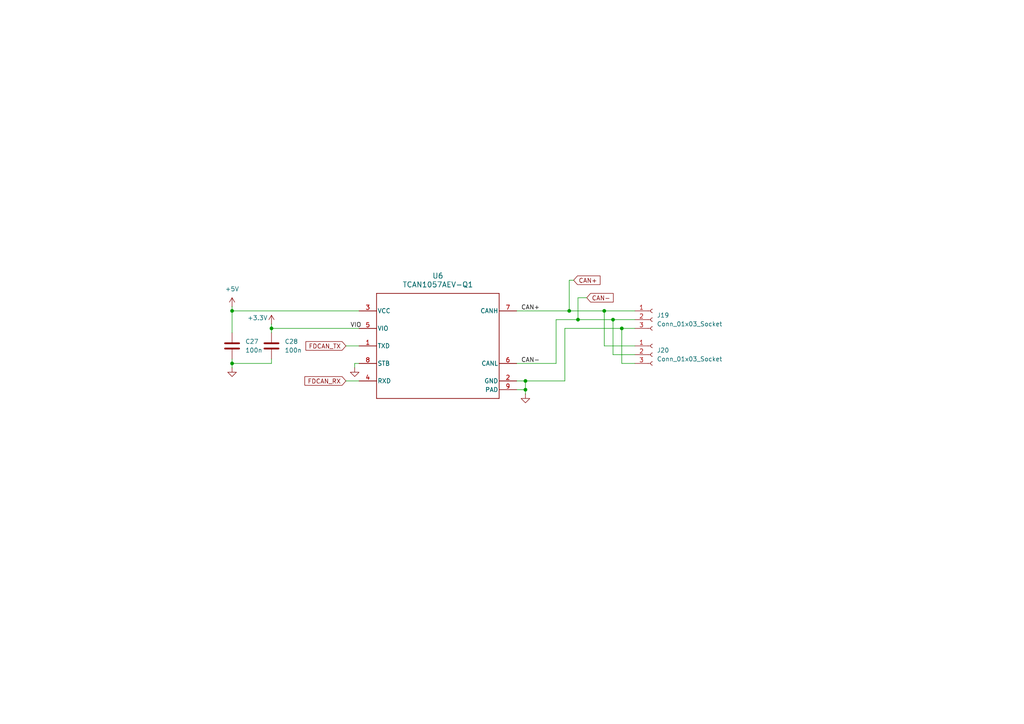
<source format=kicad_sch>
(kicad_sch (version 20250114) (generator "eeschema") (generator_version "9.0")
  (paper "A4")
  (lib_symbols
    (symbol "Connector:Conn_01x03_Socket" (pin_names (offset 1.016) (hide yes))
      (property "Reference" "J" (at 0 5.08 0))
      (property "Value" "Conn_01x03_Socket" (at 0 -5.08 0))
      (symbol "Conn_01x03_Socket_1_1"
        (polyline (pts (xy -1.27 2.54) (xy -0.508 2.54)) (stroke (width 0.1524)))
        (polyline (pts (xy -1.27 0) (xy -0.508 0)) (stroke (width 0.1524)))
        (polyline (pts (xy -1.27 -2.54) (xy -0.508 -2.54)) (stroke (width 0.1524)))
        (arc (start 0 2.032) (mid -0.5058 2.54) (end 0 3.048) (stroke (width 0.1524)))
        (arc (start 0 -0.508) (mid -0.5058 0) (end 0 0.508) (stroke (width 0.1524)))
        (arc (start 0 -3.048) (mid -0.5058 -2.54) (end 0 -2.032) (stroke (width 0.1524)))
        (pin passive line (at -5.08 2.54 0) (length 3.81) (name "Pin_1") (number "1"))
        (pin passive line (at -5.08 0 0) (length 3.81) (name "Pin_2") (number "2"))
        (pin passive line (at -5.08 -2.54 0) (length 3.81) (name "Pin_3") (number "3"))
      )
    )
    (symbol "Device:C" (pin_numbers (hide yes)) (pin_names (offset 0.254))
      (property "Reference" "C" (at 0.635 2.54 0))
      (property "Value" "C" (at 0.635 -2.54 0))
      (symbol "C_0_1"
        (polyline (pts (xy -2.032 0.762) (xy 2.032 0.762)) (stroke (width 0.508)))
        (polyline (pts (xy -2.032 -0.762) (xy 2.032 -0.762)) (stroke (width 0.508)))
      )
      (symbol "C_1_1"
        (pin passive line (at 0 3.81 270) (length 2.794) (name "~") (number "1"))
        (pin passive line (at 0 -3.81 90) (length 2.794) (name "~") (number "2"))
      )
    )
    (symbol "moteus:TCAN1042HGVDRBRQ1" (pin_names (offset 0.254))
      (property "Reference" "U" (at 0 2.54 0))
      (property "Value" "TCAN1042HGVDRBRQ1" (at 0 0 0))
      (symbol "TCAN1042HGVDRBRQ1_0_1"
        (polyline (pts (xy -17.78 15.24) (xy -17.78 -15.24)) (stroke (width 0.2032)))
        (polyline (pts (xy -17.78 -15.24) (xy 17.78 -15.24)) (stroke (width 0.2032)))
        (polyline (pts (xy 17.78 15.24) (xy -17.78 15.24)) (stroke (width 0.2032)))
        (polyline (pts (xy 17.78 -15.24) (xy 17.78 15.24)) (stroke (width 0.2032)))
        (pin power_in line (at -22.86 10.16 0) (length 5.08) (name "VCC") (number "3"))
        (pin power_in line (at -22.86 5.08 0) (length 5.08) (name "VIO") (number "5"))
        (pin input line (at -22.86 0 0) (length 5.08) (name "TXD") (number "1"))
        (pin input line (at -22.86 -5.08 0) (length 5.08) (name "STB") (number "8"))
        (pin output line (at -22.86 -10.16 0) (length 5.08) (name "RXD") (number "4"))
        (pin bidirectional line (at 22.86 10.16 180) (length 5.08) (name "CANH") (number "7"))
        (pin bidirectional line (at 22.86 -5.08 180) (length 5.08) (name "CANL") (number "6"))
        (pin power_in line (at 22.86 -10.16 180) (length 5.08) (name "GND") (number "2"))
        (pin power_in line (at 22.86 -12.7 180) (length 5.08) (name "PAD") (number "9"))
      )
    )
    (symbol "power:+3.3V" (power) (pin_numbers (hide yes)) (pin_names (offset 0) (hide yes))
      (property "Value" "+3.3V" (at 0 3.556 0))
      (symbol "+3.3V_0_1"
        (polyline (pts (xy -0.762 1.27) (xy 0 2.54)))
        (polyline (pts (xy 0 2.54) (xy 0.762 1.27)))
        (polyline (pts (xy 0 0) (xy 0 2.54)))
      )
      (symbol "+3.3V_1_1"
        (pin power_in line (at 0 0 90) (length 0) (name "~") (number "1"))
      )
    )
    (symbol "power:+5V" (power) (pin_numbers (hide yes)) (pin_names (offset 0) (hide yes))
      (property "Value" "+5V" (at 0 3.556 0))
      (symbol "+5V_0_1"
        (polyline (pts (xy -0.762 1.27) (xy 0 2.54)))
        (polyline (pts (xy 0 2.54) (xy 0.762 1.27)))
        (polyline (pts (xy 0 0) (xy 0 2.54)))
      )
      (symbol "+5V_1_1"
        (pin power_in line (at 0 0 90) (length 0) (name "~") (number "1"))
      )
    )
    (symbol "power:GND" (power) (pin_numbers (hide yes)) (pin_names (offset 0) (hide yes))
      (property "Value" "GND" (at 0 -3.81 0))
      (symbol "GND_0_1"
        (polyline (pts (xy 0 0) (xy 0 -1.27) (xy 1.27 -1.27) (xy 0 -2.54) (xy -1.27 -1.27) (xy 0 -1.27)))
      )
      (symbol "GND_1_1"
        (pin power_in line (at 0 0 270) (length 0) (name "~") (number "1"))
      )
    )
  )
  (junction (at 175.26 90.17))
  (junction (at 180.34 95.25))
  (junction (at 167.64 92.71))
  (junction (at 67.31 90.17))
  (junction (at 165.1 90.17))
  (junction (at 67.31 105.41))
  (junction (at 152.4 110.49))
  (junction (at 78.74 95.25))
  (junction (at 177.8 92.71))
  (junction (at 152.4 113.03))
  (wire (pts (xy 177.8 102.87) (xy 177.8 92.71)))
  (wire (pts (xy 152.4 113.03) (xy 152.4 114.3)))
  (wire (pts (xy 102.87 105.41) (xy 102.87 106.68)))
  (wire (pts (xy 78.74 105.41) (xy 78.74 104.14)))
  (wire (pts (xy 149.86 113.03) (xy 152.4 113.03)))
  (wire (pts (xy 163.83 110.49) (xy 163.83 95.25)))
  (wire (pts (xy 149.86 90.17) (xy 165.1 90.17)))
  (wire (pts (xy 170.18 86.36) (xy 167.64 86.36)))
  (wire (pts (xy 100.33 100.33) (xy 104.14 100.33)))
  (wire (pts (xy 166.37 81.28) (xy 165.1 81.28)))
  (wire (pts (xy 149.86 110.49) (xy 152.4 110.49)))
  (wire (pts (xy 184.15 105.41) (xy 180.34 105.41)))
  (wire (pts (xy 67.31 96.52) (xy 67.31 90.17)))
  (wire (pts (xy 161.29 105.41) (xy 161.29 92.71)))
  (wire (pts (xy 152.4 110.49) (xy 163.83 110.49)))
  (wire (pts (xy 152.4 113.03) (xy 152.4 110.49)))
  (wire (pts (xy 78.74 95.25) (xy 104.14 95.25)))
  (wire (pts (xy 180.34 95.25) (xy 184.15 95.25)))
  (wire (pts (xy 78.74 93.98) (xy 78.74 95.25)))
  (wire (pts (xy 78.74 95.25) (xy 78.74 96.52)))
  (wire (pts (xy 180.34 105.41) (xy 180.34 95.25)))
  (wire (pts (xy 165.1 90.17) (xy 175.26 90.17)))
  (wire (pts (xy 175.26 100.33) (xy 175.26 90.17)))
  (wire (pts (xy 67.31 105.41) (xy 78.74 105.41)))
  (wire (pts (xy 161.29 92.71) (xy 167.64 92.71)))
  (wire (pts (xy 163.83 95.25) (xy 180.34 95.25)))
  (wire (pts (xy 67.31 90.17) (xy 104.14 90.17)))
  (wire (pts (xy 167.64 86.36) (xy 167.64 92.71)))
  (wire (pts (xy 67.31 105.41) (xy 67.31 106.68)))
  (wire (pts (xy 165.1 81.28) (xy 165.1 90.17)))
  (wire (pts (xy 67.31 88.9) (xy 67.31 90.17)))
  (wire (pts (xy 104.14 105.41) (xy 102.87 105.41)))
  (wire (pts (xy 167.64 92.71) (xy 177.8 92.71)))
  (wire (pts (xy 184.15 102.87) (xy 177.8 102.87)))
  (wire (pts (xy 177.8 92.71) (xy 184.15 92.71)))
  (wire (pts (xy 67.31 104.14) (xy 67.31 105.41)))
  (wire (pts (xy 184.15 100.33) (xy 175.26 100.33)))
  (wire (pts (xy 175.26 90.17) (xy 184.15 90.17)))
  (wire (pts (xy 149.86 105.41) (xy 161.29 105.41)))
  (wire (pts (xy 100.33 110.49) (xy 104.14 110.49)))
  (label "VIO" (at 101.6 95.25 0))
  (label "CAN+" (at 151.13 90.17 0))
  (label "CAN-" (at 151.13 105.41 0))
  (global_label "FDCAN_TX" (shape input) (at 100.33 100.33 180) (property "Intersheetrefs" "${INTERSHEET_REFS}" (effects (hide yes))))
  (global_label "CAN+" (shape input) (at 166.37 81.28 0) (property "Intersheetrefs" "${INTERSHEET_REFS}" (effects (hide yes))))
  (global_label "CAN-" (shape input) (at 170.18 86.36 0) (property "Intersheetrefs" "${INTERSHEET_REFS}" (effects (hide yes))))
  (global_label "FDCAN_RX" (shape input) (at 100.33 110.49 180) (property "Intersheetrefs" "${INTERSHEET_REFS}" (effects (hide yes))))
  (symbol (lib_id "power:GND") (at 102.87 106.68 0) (unit 1)
    (property "Reference" "#PWR045" (effects (hide yes)))
    (property "Value" "GND" (effects (hide yes)))
    (property "Description" "Power symbol creates a global label with name \"GND\" , ground" (effects (hide yes)))
  )
  (symbol (lib_id "moteus:TCAN1042HGVDRBRQ1") (at 127 100.33 0) (unit 1)
    (property "Reference" "U6" (at 127 80.01 0) (effects (font (size 1.524 1.524))))
    (property "Value" "TCAN1057AEV-Q1" (at 127 82.55 0) (effects (font (size 1.524 1.524))))
    (property "Footprint" "Package_SO:SOIC-8_3.9x4.9mm_P1.27mm" (effects (hide yes)))
    (property "Datasheet" "TCAN1057AEVDRQ1" (effects (hide yes)))
    (property "MPN" "TCAN1057AEVDRQ1" (effects (hide yes)))
    (property "MF" "TI" (effects (hide yes)))
    (property "POPULATE" "1" (effects (hide yes)))
  )
  (symbol (lib_id "power:GND") (at 152.4 114.3 0) (unit 1)
    (property "Reference" "#PWR046" (effects (hide yes)))
    (property "Value" "GND" (effects (hide yes)))
    (property "Description" "Power symbol creates a global label with name \"GND\" , ground" (effects (hide yes)))
  )
  (symbol (lib_id "Connector:Conn_01x03_Socket") (at 189.23 92.71 0) (unit 1)
    (property "Reference" "J19" (at 190.5 91.4399 0) (effects (justify left)))
    (property "Value" "Conn_01x03_Socket" (at 190.5 93.9799 0) (effects (justify left)))
    (property "Footprint" "Connector_JST:JST_PH_S3B-PH-SM4-TB_1x03-1MP_P2.00mm_Horizontal" (effects (hide yes)))
    (property "Description" "Generic connector, single row, 01x03, script generated" (effects (hide yes)))
  )
  (symbol (lib_id "Device:C") (at 67.31 100.33 0) (unit 1)
    (property "Reference" "C27" (at 71.12 99.0599 0) (effects (justify left)))
    (property "Value" "100n" (at 71.12 101.5999 0) (effects (justify left)))
    (property "Footprint" "Capacitor_SMD:C_0402_1005Metric" (effects (hide yes)))
    (property "Description" "Unpolarized capacitor" (effects (hide yes)))
  )
  (symbol (lib_id "Connector:Conn_01x03_Socket") (at 189.23 102.87 0) (unit 1)
    (property "Reference" "J20" (at 190.5 101.5999 0) (effects (justify left)))
    (property "Value" "Conn_01x03_Socket" (at 190.5 104.1399 0) (effects (justify left)))
    (property "Footprint" "Connector_JST:JST_PH_S3B-PH-SM4-TB_1x03-1MP_P2.00mm_Horizontal" (effects (hide yes)))
    (property "Description" "Generic connector, single row, 01x03, script generated" (effects (hide yes)))
  )
  (symbol (lib_id "power:+5V") (at 67.31 88.9 0) (unit 1)
    (property "Reference" "#PWR042" (effects (hide yes)))
    (property "Value" "+5V" (at 67.31 83.82 0))
    (property "Description" "Power symbol creates a global label with name \"+5V\"" (effects (hide yes)))
  )
  (symbol (lib_id "Device:C") (at 78.74 100.33 0) (unit 1)
    (property "Reference" "C28" (at 82.55 99.0599 0) (effects (justify left)))
    (property "Value" "100n" (at 82.55 101.5999 0) (effects (justify left)))
    (property "Footprint" "Capacitor_SMD:C_0402_1005Metric" (effects (hide yes)))
    (property "Description" "Unpolarized capacitor" (effects (hide yes)))
  )
  (symbol (lib_id "power:GND") (at 67.31 106.68 0) (unit 1)
    (property "Reference" "#PWR043" (effects (hide yes)))
    (property "Value" "GND" (effects (hide yes)))
    (property "Description" "Power symbol creates a global label with name \"GND\" , ground" (effects (hide yes)))
  )
  (symbol (lib_id "power:+3.3V") (at 78.74 93.98 0) (unit 1)
    (property "Reference" "#PWR044" (effects (hide yes)))
    (property "Value" "+3.3V" (at 74.676 92.202 0))
    (property "Description" "Power symbol creates a global label with name \"+3.3V\"" (effects (hide yes)))
  )
)
</source>
